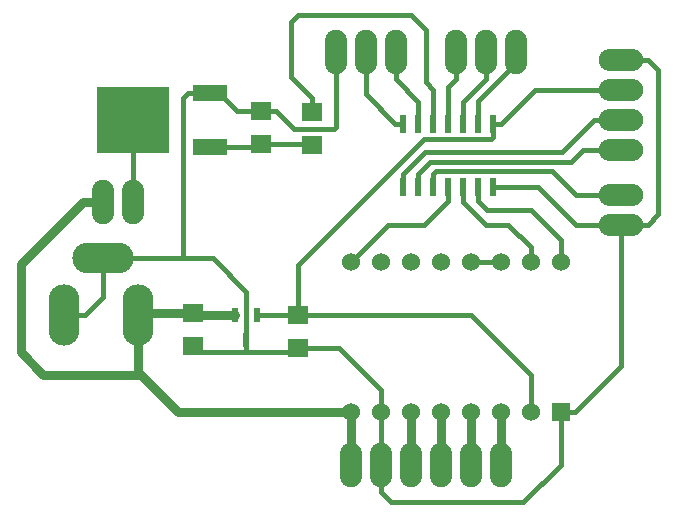
<source format=gbr>
G04 #@! TF.GenerationSoftware,KiCad,Pcbnew,(5.1.5-0-10_14)*
G04 #@! TF.CreationDate,2020-06-16T06:02:42+09:00*
G04 #@! TF.ProjectId,Motor&Heater,4d6f746f-7226-4486-9561-7465722e6b69,rev?*
G04 #@! TF.SameCoordinates,Original*
G04 #@! TF.FileFunction,Copper,L1,Top*
G04 #@! TF.FilePolarity,Positive*
%FSLAX46Y46*%
G04 Gerber Fmt 4.6, Leading zero omitted, Abs format (unit mm)*
G04 Created by KiCad (PCBNEW (5.1.5-0-10_14)) date 2020-06-16 06:02:42*
%MOMM*%
%LPD*%
G04 APERTURE LIST*
%ADD10R,1.798320X1.597660*%
%ADD11O,1.879600X3.759200*%
%ADD12R,6.200000X5.630000*%
%ADD13R,2.980000X1.360000*%
%ADD14R,1.530000X1.530000*%
%ADD15C,1.530000*%
%ADD16R,0.550000X1.500000*%
%ADD17R,0.590000X1.230000*%
%ADD18O,3.759200X1.879600*%
%ADD19O,2.600000X5.200000*%
%ADD20O,5.200000X2.600000*%
%ADD21C,0.400000*%
%ADD22C,0.800000*%
G04 APERTURE END LIST*
D10*
X76070460Y-142499080D03*
X76070460Y-139700000D03*
D11*
X60960000Y-147320000D03*
X58420000Y-147320000D03*
D12*
X60960000Y-140335000D03*
D13*
X67490000Y-142625000D03*
X67490000Y-138045000D03*
D10*
X71755000Y-142369540D03*
X71755000Y-139570460D03*
D14*
X97155000Y-165100000D03*
D15*
X94615000Y-165100000D03*
X92075000Y-165100000D03*
X89535000Y-165100000D03*
X86995000Y-165100000D03*
X84455000Y-165100000D03*
X81915000Y-165100000D03*
X79375000Y-165100000D03*
X79375000Y-152400000D03*
X81915000Y-152400000D03*
X84455000Y-152400000D03*
X86995000Y-152400000D03*
X89535000Y-152400000D03*
X92075000Y-152400000D03*
X94615000Y-152400000D03*
X97155000Y-152400000D03*
D16*
X91440000Y-140650000D03*
X90170000Y-140650000D03*
X88900000Y-140650000D03*
X87630000Y-140650000D03*
X86360000Y-140650000D03*
X85090000Y-140650000D03*
X83820000Y-140650000D03*
X83820000Y-146050000D03*
X85090000Y-146050000D03*
X86360000Y-146050000D03*
X87630000Y-146050000D03*
X88900000Y-146050000D03*
X90170000Y-146050000D03*
X91440000Y-146050000D03*
D10*
X74930000Y-156845000D03*
X74930000Y-159644080D03*
X66040000Y-159514540D03*
X66040000Y-156715460D03*
D11*
X81915000Y-169545000D03*
X79375000Y-169545000D03*
D17*
X71435000Y-156845000D03*
X69535000Y-156845000D03*
X70485000Y-158965000D03*
D11*
X78105000Y-134620000D03*
X80645000Y-134620000D03*
X83185000Y-134620000D03*
D18*
X102235000Y-146685000D03*
X102235000Y-149225000D03*
X102235000Y-135255000D03*
X102235000Y-137795000D03*
X102235000Y-140335000D03*
X102235000Y-142875000D03*
D11*
X88265000Y-134620000D03*
X90805000Y-134620000D03*
X93345000Y-134620000D03*
X84455000Y-169545000D03*
X86995000Y-169545000D03*
X89535000Y-169545000D03*
X92075000Y-169545000D03*
D19*
X55125000Y-156845000D03*
X61375000Y-156845000D03*
D20*
X58375000Y-152045000D03*
D21*
X58375000Y-155295000D02*
X58375000Y-153745000D01*
X56825000Y-156845000D02*
X58375000Y-155295000D01*
X55125000Y-156845000D02*
X56825000Y-156845000D01*
X58375000Y-152045000D02*
X58375000Y-154260000D01*
X66169540Y-159644080D02*
X66040000Y-159514540D01*
X70485000Y-158965000D02*
X70485000Y-159980000D01*
X70485000Y-159980000D02*
X70445000Y-160020000D01*
X67945000Y-160020000D02*
X66675000Y-160020000D01*
X70445000Y-160020000D02*
X67945000Y-160020000D01*
X74554080Y-160020000D02*
X74930000Y-159644080D01*
X70445000Y-160020000D02*
X74554080Y-160020000D01*
X70535010Y-154915010D02*
X67665000Y-152045000D01*
X70485000Y-157309227D02*
X70535010Y-157259217D01*
X70535010Y-157259217D02*
X70535010Y-154915010D01*
X70485000Y-158965000D02*
X70485000Y-157309227D01*
X91440000Y-146050000D02*
X95250000Y-146050000D01*
X98425000Y-149225000D02*
X102235000Y-149225000D01*
X95250000Y-146050000D02*
X98425000Y-149225000D01*
X104514600Y-149225000D02*
X102235000Y-149225000D01*
X105410000Y-148329600D02*
X104514600Y-149225000D01*
X104514600Y-135255000D02*
X105410000Y-136150400D01*
X105410000Y-136150400D02*
X105410000Y-148329600D01*
X102235000Y-135255000D02*
X104514600Y-135255000D01*
X81915000Y-165100000D02*
X81915000Y-169545000D01*
X81915000Y-171824600D02*
X82810400Y-172720000D01*
X81915000Y-169545000D02*
X81915000Y-171824600D01*
X82810400Y-172720000D02*
X93980000Y-172720000D01*
X97155000Y-169545000D02*
X97155000Y-165100000D01*
X93980000Y-172720000D02*
X97155000Y-169545000D01*
X69720460Y-139570460D02*
X71755000Y-139570460D01*
X68195000Y-138045000D02*
X69720460Y-139570460D01*
X67490000Y-138045000D02*
X68195000Y-138045000D01*
X98320000Y-165100000D02*
X97155000Y-165100000D01*
X102235000Y-161185000D02*
X98320000Y-165100000D01*
X102235000Y-149225000D02*
X102235000Y-161185000D01*
X74930000Y-159644080D02*
X78364080Y-159644080D01*
X81915000Y-163195000D02*
X81915000Y-165100000D01*
X78364080Y-159644080D02*
X81915000Y-163195000D01*
X74582531Y-141098831D02*
X77976169Y-141098831D01*
X73054160Y-139570460D02*
X74582531Y-141098831D01*
X71755000Y-139570460D02*
X73054160Y-139570460D01*
X78105000Y-140970000D02*
X78105000Y-134620000D01*
X77976169Y-141098831D02*
X78105000Y-140970000D01*
X65125000Y-138520000D02*
X65600000Y-138045000D01*
X65125000Y-152045000D02*
X65125000Y-138520000D01*
X58375000Y-152045000D02*
X65125000Y-152045000D01*
X65600000Y-138045000D02*
X67490000Y-138045000D01*
X65125000Y-152045000D02*
X67665000Y-152045000D01*
D22*
X79375000Y-169545000D02*
X79375000Y-165100000D01*
X65910460Y-156845000D02*
X66040000Y-156715460D01*
X66169540Y-156845000D02*
X66040000Y-156715460D01*
X69535000Y-156845000D02*
X66169540Y-156845000D01*
X61504540Y-156715460D02*
X61375000Y-156845000D01*
X66040000Y-156715460D02*
X61504540Y-156715460D01*
X78293127Y-165100000D02*
X79375000Y-165100000D01*
X64770000Y-165100000D02*
X79375000Y-165100000D01*
X58420000Y-147320000D02*
X56680200Y-147320000D01*
X53340000Y-161925000D02*
X61595000Y-161925000D01*
X51435000Y-152565200D02*
X51435000Y-160020000D01*
X56680200Y-147320000D02*
X51435000Y-152565200D01*
X61595000Y-161925000D02*
X64770000Y-165100000D01*
X51435000Y-160020000D02*
X53340000Y-161925000D01*
X61375000Y-161705000D02*
X61595000Y-161925000D01*
X61375000Y-156845000D02*
X61375000Y-161705000D01*
D21*
X74930000Y-156845000D02*
X71435000Y-156845000D01*
X99955400Y-137795000D02*
X102235000Y-137795000D01*
X92115000Y-140650000D02*
X94970000Y-137795000D01*
X91440000Y-140650000D02*
X92115000Y-140650000D01*
X97790000Y-137795000D02*
X99955400Y-137795000D01*
X94970000Y-137795000D02*
X97790000Y-137795000D01*
X94615000Y-161925000D02*
X94615000Y-165100000D01*
X89535000Y-156845000D02*
X94615000Y-161925000D01*
X74930000Y-156845000D02*
X89535000Y-156845000D01*
X91440000Y-141800000D02*
X91440000Y-140650000D01*
X91239999Y-142000001D02*
X91440000Y-141800000D01*
X85588615Y-142000001D02*
X91239999Y-142000001D01*
X74930000Y-152658616D02*
X85588615Y-142000001D01*
X74930000Y-156845000D02*
X74930000Y-152658616D01*
X83145000Y-140650000D02*
X83820000Y-140650000D01*
X80645000Y-138150000D02*
X83145000Y-140650000D01*
X80645000Y-134620000D02*
X80645000Y-138150000D01*
X85090000Y-138804600D02*
X85090000Y-139500000D01*
X83185000Y-136899600D02*
X85090000Y-138804600D01*
X85090000Y-139500000D02*
X85090000Y-140650000D01*
X83185000Y-134620000D02*
X83185000Y-136899600D01*
X86560001Y-144699999D02*
X96439999Y-144699999D01*
X86360000Y-144900000D02*
X86560001Y-144699999D01*
X86360000Y-146050000D02*
X86360000Y-144900000D01*
X98425000Y-146685000D02*
X102235000Y-146685000D01*
X96439999Y-144699999D02*
X98425000Y-146685000D01*
X85679990Y-143040010D02*
X97250390Y-143040010D01*
X99955400Y-140335000D02*
X102235000Y-140335000D01*
X97250390Y-143040010D02*
X99955400Y-140335000D01*
X83820000Y-144900000D02*
X85679990Y-143040010D01*
X83820000Y-146050000D02*
X83820000Y-144900000D01*
X85090000Y-144900000D02*
X86090011Y-143899989D01*
X85090000Y-146050000D02*
X85090000Y-144900000D01*
X86090011Y-143899989D02*
X98035011Y-143899989D01*
X99060000Y-142875000D02*
X102235000Y-142875000D01*
X98035011Y-143899989D02*
X99060000Y-142875000D01*
X60960000Y-140335000D02*
X60960000Y-147320000D01*
X87630000Y-139500000D02*
X87630000Y-140650000D01*
X87630000Y-137534600D02*
X87630000Y-139500000D01*
X88265000Y-136899600D02*
X87630000Y-137534600D01*
X88265000Y-134620000D02*
X88265000Y-136899600D01*
X90805000Y-136899600D02*
X88900000Y-138804600D01*
X90805000Y-134620000D02*
X90805000Y-136899600D01*
X88900000Y-138804600D02*
X88900000Y-140650000D01*
X90170000Y-139500000D02*
X90170000Y-140650000D01*
X90170000Y-138734800D02*
X90170000Y-139500000D01*
X93345000Y-135559800D02*
X90170000Y-138734800D01*
X93345000Y-134620000D02*
X93345000Y-135559800D01*
D22*
X84455000Y-169545000D02*
X84455000Y-165100000D01*
X86995000Y-169545000D02*
X86995000Y-165100000D01*
X89535000Y-165100000D02*
X89535000Y-166181873D01*
X89535000Y-169545000D02*
X89535000Y-165100000D01*
X92075000Y-165100000D02*
X92075000Y-166181873D01*
X92075000Y-169545000D02*
X92075000Y-165100000D01*
D21*
X71499540Y-142625000D02*
X71755000Y-142369540D01*
X67490000Y-142625000D02*
X71499540Y-142625000D01*
X75940920Y-142369540D02*
X76070460Y-142499080D01*
X71755000Y-142369540D02*
X75940920Y-142369540D01*
X76070460Y-138501170D02*
X74295000Y-136725710D01*
X76070460Y-139700000D02*
X76070460Y-138501170D01*
X74295000Y-136725710D02*
X74295000Y-132080000D01*
X74295000Y-132080000D02*
X74930000Y-131445000D01*
X74930000Y-131445000D02*
X84455000Y-131445000D01*
X84455000Y-131445000D02*
X85725000Y-132715000D01*
X85725000Y-132715000D02*
X85725000Y-137160000D01*
X86360000Y-137795000D02*
X86360000Y-140650000D01*
X85725000Y-137160000D02*
X86360000Y-137795000D01*
X79375000Y-152400000D02*
X82550000Y-149225000D01*
X87630000Y-147200000D02*
X87630000Y-146050000D01*
X85605000Y-149225000D02*
X87630000Y-147200000D01*
X82550000Y-149225000D02*
X85605000Y-149225000D01*
X94615000Y-151130000D02*
X94615000Y-152400000D01*
X92710000Y-149225000D02*
X94615000Y-151130000D01*
X90805000Y-149225000D02*
X92710000Y-149225000D01*
X88900000Y-147320000D02*
X90805000Y-149225000D01*
X88900000Y-146050000D02*
X88900000Y-147320000D01*
X90170000Y-147200000D02*
X90925000Y-147955000D01*
X90170000Y-146050000D02*
X90170000Y-147200000D01*
X90925000Y-147955000D02*
X94615000Y-147955000D01*
X97155000Y-150495000D02*
X97155000Y-152400000D01*
X94615000Y-147955000D02*
X97155000Y-150495000D01*
X89535000Y-152400000D02*
X92075000Y-152400000D01*
M02*

</source>
